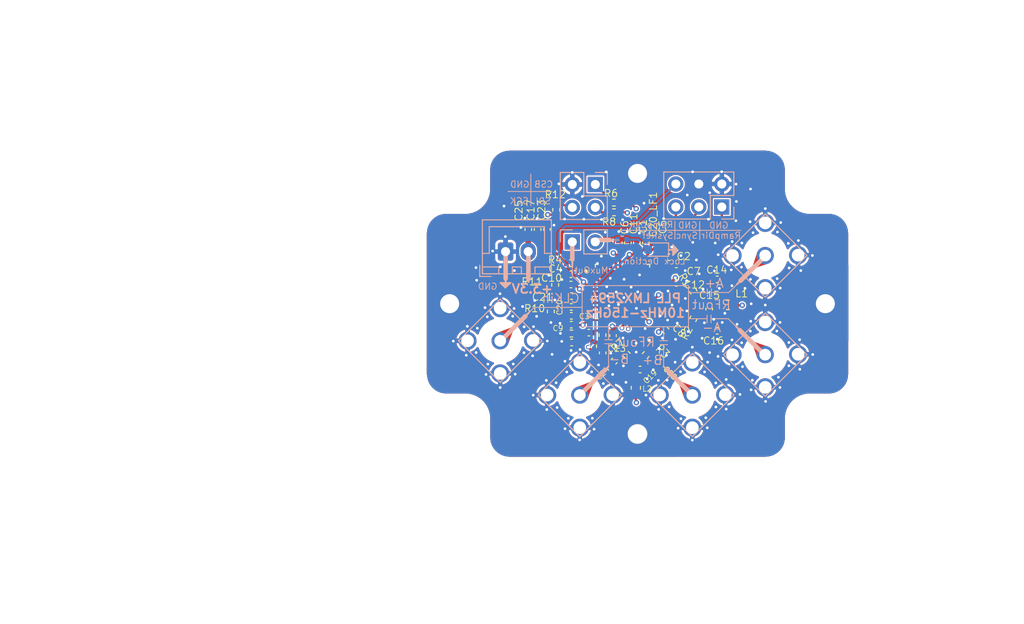
<source format=kicad_pcb>
(kicad_pcb (version 20240108) (generator "pcbnew") (generator_version "8.0")
  (layers (0 "F.Cu" signal) (1 "In1.Cu" signal) (2 "In2.Cu" signal) (31 "B.Cu" signal) (34 "B.Paste" user) (35 "F.Paste" user) (36 "B.SilkS" user "B.Silkscreen") (37 "F.SilkS" user "F.Silkscreen") (38 "B.Mask" user) (39 "F.Mask" user) (44 "Edge.Cuts" user))
  (net 0 "")
  (net 1 "Net-(U1-CE)")
  (net 2 "GND")
  (net 3 "Net-(U1-VBIASVCO)")
  (net 4 "/RAMPCIK")
  (net 5 "/VCC")
  (net 6 "/OSCINP-")
  (net 7 "/OSCINP+")
  (net 8 "Net-(U1-VREGIN)")
  (net 9 "/CPOUT")
  (net 10 "/SDI")
  (net 11 "/SCK")
  (net 12 "/MUXOUT")
  (net 13 "/RFoutAM-")
  (net 14 "/RFoutAM+")
  (net 15 "/CSB")
  (net 16 "Net-(U1-VBIASVCO2)")
  (net 17 "/RAMPDIR")
  (net 18 "Net-(U1-VREFVCO2)")
  (net 19 "/SYNC")
  (net 20 "/SYSREFREQ")
  (net 21 "Net-(U1-VBIASVARAC)")
  (net 22 "/VTUNER")
  (net 23 "Net-(U1-VREFVCO)")
  (net 24 "Net-(U1-VREGVCO)")
  (net 25 "Net-(C14-Pad1)")
  (net 26 "Net-(C16-Pad1)")
  (net 27 "Net-(C15-Pad2)")
  (net 28 "Net-(C20-Pad1)")
  (net 29 "Net-(C21-Pad2)")
  (net 30 "Net-(C21_LF1-Pad2)")
  (net 31 "Net-(C22_LF1-Pad1)")
  (net 32 "Net-(J3-Pin_2)")
  (net 33 "Net-(C22-Pad1)")
  (net 34 "Net-(D1-A)")
  (net 35 "Net-(J1-Pin_1)")
  (net 36 "Net-(J1-Pin_3)")
  (net 37 "Net-(J1-Pin_4)")
  (net 38 "/RFoutBM+")
  (net 39 "/RFoutBM-")
  (net 40 "Net-(C24-Pad1)")
  (net 41 "Net-(C19-Pad2)")
  (footprint "Capacitor_SMD:C_0402_1005Metric" (layer "F.Cu") (at 150.62 71.75 90)
    (property "Reference" "C5")
    (property "Value" "10uF")
  )
  (footprint "Capacitor_SMD:C_0402_1005Metric" (layer "F.Cu") (at 142.34 75.21 180)
    (property "Reference" "C4")
    (property "Value" "10uF")
  )
  (footprint "Capacitor_SMD:C_0402_1005Metric" (layer "F.Cu") (at 142.42 82.75)
    (property "Reference" "C23_LF1" (hide yes))
    (property "Value" "330pF")
  )
  (footprint "Resistor_SMD:R_0402_1005Metric" (layer "F.Cu") (at 148.51 84.11 135)
    (property "Reference" "R7")
    (property "Value" "50")
  )
  (footprint "Resistor_SMD:R_0402_1005Metric" (layer "F.Cu") (at 140.6 76.38 90)
    (property "Reference" "R11")
    (property "Value" "51")
  )
  (footprint "Capacitor_SMD:C_0402_1005Metric" (layer "F.Cu") (at 158.496 75.774 180)
    (property "Reference" "C14")
    (property "Value" "0.1uF")
  )
  (footprint "Capacitor_SMD:C_0402_1005Metric" (layer "F.Cu") (at 142.39 79.8 180)
    (property "Reference" "C3")
    (property "Value" "1uF")
  )
  (footprint "Capacitor_SMD:C_0402_1005Metric" (layer "F.Cu") (at 153.16 73.33)
    (property "Reference" "C2")
    (property "Value" "10uF")
  )
  (footprint "Resistor_SMD:R_0402_1005Metric" (layer "F.Cu") (at 142.339999 73.99)
    (property "Reference" "R4")
    (property "Value" "100k")
  )
  (footprint "Capacitor_SMD:C_0402_1005Metric" (layer "F.Cu") (at 142.34 76.34 180)
    (property "Reference" "C10")
    (property "Value" "1uF")
  )
  (footprint "Resistor_SMD:R_0402_1005Metric" (layer "F.Cu") (at 142.39 81.76 180)
    (property "Reference" "R7_LF1" (hide yes))
    (property "Value" "15")
  )
  (footprint "Resistor_SMD:R_0402_1005Metric" (layer "F.Cu") (at 147.1 68.36)
    (property "Reference" "R8")
    (property "Value" "12K")
  )
  (footprint "MUSIC_Lab:Outline_3x2_cavity_1.5mm" (layer "F.Cu") (at 79.528542 103.941921)
    (property "Reference" "outline1" (hide yes))
    (property "Value" "~" (hide yes))
    (fp_circle (center 70.163748 -11.081921) (end 70.163748 -12.131921) (stroke (width 0.1)) (fill none) (layer "Edge.Cuts"))
    (fp_poly (pts (arc (start 53.907539 -10.683414) (mid 54.522614 -9.198523) (end 56.007491 -8.583414)) (arc (start 84.347539 -8.583413) (mid 85.832429 -9.198514) (end 86.447539 -10.683401)) (arc (start 86.447539 -12.783401) (mid 87.267035 -14.754369) (end 89.242316 -15.563414)) (arc (start 91.327539 -15.563414) (mid 92.812429 -16.178514) (end 93.427539 -17.663401)) (arc (start 93.427539 -33.319696) (mid 92.806647 -34.794049) (end 91.327491 -35.403414)) (arc (start 89.227491 -35.403414) (mid 87.26178 -36.217689) (end 86.447539 -38.183414)) (arc (start 86.447539 -40.266906) (mid 85.838239 -41.762457) (end 84.347491 -42.383415)) (arc (start 55.994958 -42.383414) (mid 54.518224 -41.763835) (end 53.907539 -40.283401)) (arc (start 53.907539 -38.1834) (mid 53.093262 -36.217681) (end 51.127539 -35.403414)) (arc (start 49.014958 -35.403414) (mid 47.538224 -34.783835) (end 46.927539 -33.303401)) (arc (start 46.927539 -17.663414) (mid 47.542614 -16.178523) (end 49.027491 -15.563414)) (arc (start 51.127391 -15.563414) (mid 53.086569 -14.755788) (end 53.907539 -12.802164))) (stroke (width 0.0001)) (fill none) (layer "Edge.Cuts"))
  )
  (footprint "Capacitor_SMD:C_0402_1005Metric" (layer "F.Cu") (at 146.9898 81.9912 90)
    (property "Reference" "C13")
    (property "Value" "1uF")
  )
  (footprint "Resistor_SMD:R_0402_1005Metric" (layer "F.Cu") (at 147.09 67.28)
    (property "Reference" "R6")
    (property "Value" "12K")
  )
  (footprint "Capacitor_SMD:C_0402_1005Metric" (layer "F.Cu") (at 152.8318 81.4324 -45)
    (property "Reference" "C8")
    (property "Value" "0.1uF")
  )
  (footprint "Capacitor_SMD:C_0402_1005Metric" (layer "F.Cu") (at 148.63 71.73 90)
    (property "Reference" "C1")
    (property "Value" "10uF")
  )
  (footprint "Resistor_SMD:R_0402_1005Metric" (layer "F.Cu") (at 140.12 79.32 90)
    (property "Reference" "R10")
    (property "Value" "51")
  )
  (footprint "Capacitor_SMD:C_0402_1005Metric" (layer "F.Cu") (at 157.61 79.05 90)
    (property "Reference" "C15")
    (property "Value" "0.01uF")
  )
  (footprint "Capacitor_SMD:C_0402_1005Metric" (layer "F.Cu") (at 142.38 80.78 180)
    (property "Reference" "C9")
    (property "Value" "1uF")
  )
  (footprint "Capacitor_SMD:C_0402_1005Metric" (layer "F.Cu") (at 137.63 70.26 -90)
    (property "Reference" "C25")
    (property "Value" "0.1nF")
  )
  (footprint "Resistor_SMD:R_0402_1005Metric" (layer "F.Cu") (at 144.79 83.17 90)
    (property "Reference" "R5_LF1" (hide yes))
    (property "Value" "22")
  )
  (footprint "Capacitor_SMD:C_0402_1005Metric" (layer "F.Cu") (at 147.12 84.8 45)
    (property "Reference" "C24")
    (property "Value" "0.1uF")
  )
  (footprint "Capacitor_SMD:C_0402_1005Metric" (layer "F.Cu") (at 138.66 70.25 -90)
    (property "Reference" "C17")
    (property "Value" "0.1uF")
  )
  (footprint "Capacitor_SMD:C_0402_1005Metric" (layer "F.Cu") (at 139.69 70.25 -90)
    (property "Reference" "C23")
    (property "Value" "1uF")
  )
  (footprint "Capacitor_SMD:C_0402_1005Metric" (layer "F.Cu") (at 147.62 71.72 90)
    (property "Reference" "C11")
    (property "Value" "1uF")
  )
  (footprint "Capacitor_SMD:C_0402_1005Metric" (layer "F.Cu") (at 145.85 83.9 90)
    (property "Reference" "C21_LF1" (hide yes))
    (property "Value" "Open")
  )
  (footprint "MUSIC_Lab:LMX2594-QFN41N" (layer "F.Cu") (at 148.0368 77.1144)
    (property "Reference" "U1" (hide yes))
    (property "Value" "~" (hide yes))
  )
  (footprint "Resistor_SMD:R_0402_1005Metric" (layer "F.Cu") (at 155.86 77.09 118)
    (property "Reference" "R1")
    (property "Value" "50")
  )
  (footprint "Capacitor_SMD:C_0402_1005Metric" (layer "F.Cu") (at 149.98 85.74 180)
    (property "Reference" "C19")
    (property "Value" "0.01uF")
  )
  (footprint "Capacitor_SMD:C_0402_1005Metric" (layer "F.Cu") (at 153.98 74.84)
    (property "Reference" "C7")
    (property "Value" "10uF")
  )
  (footprint "Capacitor_SMD:C_0402_1005Metric" (layer "F.Cu") (at 151.99 84.83 135)
    (property "Reference" "C22")
    (property "Value" "0.1uF")
  )
  (footprint "Resistor_SMD:R_0402_1005Metric" (layer "F.Cu") (at 145.82 81.93 90)
    (property "Reference" "R6_LF1" (hide yes))
    (property "Value" "0")
  )
  (footprint "Capacitor_SMD:C_0402_1005Metric" (layer "F.Cu") (at 142.41 77.62 180)
    (property "Reference" "C21")
    (property "Value" "0.1uF")
  )
  (footprint "Capacitor_SMD:C_0402_1005Metric" (layer "F.Cu") (at 158.496 81.454 180)
    (property "Reference" "C16")
    (property "Value" "0.1uF")
  )
  (footprint "Capacitor_SMD:C_0402_1005Metric" (layer "F.Cu") (at 153.99 76.16)
    (property "Reference" "C12")
    (property "Value" "1uF")
  )
  (footprint "Resistor_SMD:R_0402_1005Metric" (layer "F.Cu") (at 150.6 84.14 45)
    (property "Reference" "R3")
    (property "Value" "50")
  )
  (footprint "Capacitor_SMD:C_0402_1005Metric" (layer "F.Cu") (at 149.62 71.73 -90)
    (property "Reference" "C20_LF1")
    (property "Value" "2.2nF")
  )
  (footprint "Inductor_SMD:L_0603_1608Metric" (layer "F.Cu") (at 159.67 78.6 180)
    (property "Reference" "L1")
    (property "Value" "18nH")
  )
  (footprint "Capacitor_SMD:C_0402_1005Metric" (layer "F.Cu") (at 146.64 71.38 90)
    (property "Reference" "C6")
    (property "Value" "1uF")
  )
  (footprint "Inductor_SMD:L_0603_1608Metric" (layer "F.Cu") (at 149.51 87.76 90)
    (property "Reference" "L2")
    (property "Value" "18nH")
  )
  (footprint "Resistor_SMD:R_0402_1005Metric" (layer "F.Cu") (at 140.72 68.08 -90)
    (property "Reference" "R12")
    (property "Value" "12K")
  )
  (footprint "Capacitor_SMD:C_0402_1005Metric" (layer "F.Cu") (at 142.38 78.82)
    (property "Reference" "C20")
    (property "Value" "0.1uF")
  )
  (footprint "Capacitor_SMD:C_0402_1005Metric" (layer "F.Cu") (at 144.32 81.66)
    (property "Reference" "C22_LF1" (hide yes))
    (property "Value" "470nF")
  )
  (footprint "Resistor_SMD:R_0402_1005Metric" (layer "F.Cu") (at 155.86 80.13 -118)
    (property "Reference" "R2")
    (property "Value" "50")
  )
  (footprint "Resistor_SMD:R_0402_1005Metric" (layer "B.Cu") (at 147.99 71.38)
    (property "Reference" "R5" (hide yes))
    (property "Value" "330")
  )
  (footprint "Connector_PinHeader_2.54mm:PinHeader_2x03_P2.54mm_Vertical" (layer "B.Cu") (at 159.005 67.77 90)
    (property "Reference" "J4" (hide yes))
    (property "Value" "Conn_01x06_Pin")
  )
  (footprint "MUSIC_Lab:SMA_KHD_Back" (layer "B.Cu") (at 143.320001 88.56 -135)
    (property "Reference" "SMA5" (hide yes))
    (property "Value" "~")
  )
  (footprint "MUSIC_Lab:SMA_KHD_Back" (layer "B.Cu") (at 163.8 73.136445 -135)
    (property "Reference" "SMA1" (hide yes))
    (property "Value" "~")
  )
  (footprint "MUSIC_Lab:SMA_KHD_Back" (layer "B.Cu") (at 163.8 84.096245 -135)
    (property "Reference" "SMA2" (hide yes))
    (property "Value" "~")
  )
  (footprint "LED_SMD:LED_0603_1608Metric" (layer "B.Cu") (at 151.65 72.48 180)
    (property "Reference" "D1" (hide yes))
    (property "Value" "LED")
  )
  (footprint "Connector_JST:JST_XH_B2B-XH-A_1x02_P2.50mm_Vertical" (layer "B.Cu") (at 135.12 72.7)
    (property "Reference" "J2" (hide yes))
    (property "Value" "Conn_01x02_Pin")
  )
  (footprint "MUSIC_Lab:SMA_KHD_Back" (layer "B.Cu") (at 155.75 88.56 -135)
    (property "Reference" "SMA4" (hide yes))
    (property "Value" "~")
  )
  (footprint "Connector_PinHeader_2.54mm:PinHeader_2x02_P2.54mm_Vertical" (layer "B.Cu") (at 145.034 65.278 180)
    (property "Reference" "J1" (hide yes))
    (property "Value" "Conn_01x04_Pin")
  )
  (footprint "MUSIC_Lab:SMA_KHD_Back" (layer "B.Cu") (at 134.525471 82.562426 -135)
    (property "Reference" "SMA3" (hide yes))
    (property "Value" "~")
  )
  (footprint "Connector_PinHeader_2.54mm:PinHeader_1x02_P2.54mm_Vertical" (layer "B.Cu") (at 142.494 71.628 -90)
    (property "Reference" "J3" (hide yes))
    (property "Value" "Conn_01x02_Pin")
  )
  (gr_line (start 146.5 82.91) (end 146.5 85.39) (stroke (width 0.1)) (layer "B.SilkS"))
  (gr_line (start 137.317838 79.832162) (end 137.71 79.44) (stroke (width 0.2)) (layer "B.SilkS"))
  (gr_line (start 160.992162 81.392162) (end 160.6 81) (stroke (width 0.2)) (layer "B.SilkS"))
  (gr_line (start 135.1288 72.491) (end 135.1288 75.69) (stroke (width 0.5)) (layer "B.SilkS"))
  (gr_line (start 163.416831 83.816831) (end 160.992162 81.392162) (stroke (width 0.5)) (layer "B.SilkS"))
  (gr_line (start 161.115 70.35) (end 147.66 70.35) (stroke (width 0.1)) (layer "B.SilkS"))
  (gr_line (start 163.50075 73.49925) (end 161.076081 75.923919) (stroke (width 0.5)) (layer "B.SilkS"))
  (gr_line (start 142.494 73.583799) (end 142.493999 71.704201) (stroke (width 0.5)) (layer "B.SilkS"))
  (gr_line (start 140.93 78.87464) (end 138.29 78.87464) (stroke (width 0.1)) (layer "B.SilkS"))
  (gr_line (start 140.24 66.06) (end 135.39 66.06) (stroke (width 0.1)) (layer "B.SilkS"))
  (gr_line (start 153.82 69.33) (end 153.82 71.33) (stroke (width 0.1)) (layer "B.SilkS"))
  (gr_line (start 141.370266 79.289546) (end 141.370266 78.440266) (stroke (width 0.1)) (layer "B.SilkS"))
  (gr_line (start 157.86 77.22) (end 159.78 77.22) (stroke (width 0.1)) (layer "B.SilkS"))
  (gr_line (start 152.972162 85.792162) (end 152.58 85.4) (stroke (width 0.2)) (layer "B.SilkS"))
  (gr_line (start 156.57 69.38) (end 156.57 71.38) (stroke (width 0.1)) (layer "B.SilkS"))
  (gr_line (start 152.58 81.01) (end 152.58 82.55) (stroke (width 0.1)) (layer "B.SilkS"))
  (gr_line (start 152.170454 82.990266) (end 153.019734 82.990266) (stroke (width 0.1)) (layer "B.SilkS"))
  (gr_line (start 146.06072 82.45) (end 146.91 82.45) (stroke (width 0.1)) (layer "B.SilkS"))
  (gr_line (start 160.683919 76.316081) (end 159.800617 77.199383) (stroke (width 0.1)) (layer "B.SilkS"))
  (gr_line (start 152.16072 82.55) (end 153.01 82.55) (stroke (width 0.1)) (layer "B.SilkS"))
  (gr_line (start 137.65 75.83) (end 137.65 76.0546) (stroke (width 0.2)) (layer "B.SilkS"))
  (gr_line (start 143.683169 88.206831) (end 146.107838 85.782162) (stroke (width 0.5)) (layer "B.SilkS"))
  (gr_line (start 155.396831 88.216831) (end 152.972162 85.792162) (stroke (width 0.5)) (layer "B.SilkS"))
  (gr_line (start 146.107838 85.782162) (end 146.5 85.39) (stroke (width 0.2)) (layer "B.SilkS"))
  (gr_line (start 137.91 64.13) (end 137.91 67.62) (stroke (width 0.1)) (layer "B.SilkS"))
  (gr_line (start 153.145001 72.51) (end 153.714999 72.51) (stroke (width 0.2)) (layer "B.SilkS"))
  (gr_line (start 155.34 77.24) (end 157.4 77.24) (stroke (width 0.1)) (layer "B.SilkS"))
  (gr_line (start 142.494716 75.374716) (end 143.58 76.46) (stroke (width 0.1)) (layer "B.SilkS"))
  (gr_line (start 160.6 81) (end 159.716698 80.116698) (stroke (width 0.1)) (layer "B.SilkS"))
  (gr_line (start 138.277083 78.872917) (end 137.71 79.44) (stroke (width 0.1)) (layer "B.SilkS"))
  (gr_line (start 137.6434 72.5164) (end 137.6434 75.72) (stroke (width 0.5)) (layer "B.SilkS"))
  (gr_line (start 144.750201 71.42) (end 146.629799 71.419999) (stroke (width 0.5)) (layer "B.SilkS"))
  (gr_line (start 157.850266 77.669546) (end 157.850266 76.820266) (stroke (width 0.1)) (layer "B.SilkS"))
  (gr_line (start 142.493999 74.348001) (end 142.494 73.583799) (stroke (width 0.2)) (layer "B.SilkS"))
  (gr_line (start 155.34 80.12) (end 157.38 80.12) (stroke (width 0.1)) (layer "B.SilkS"))
  (gr_rect (start 143.58 76.46) (end 155.33 81.01) (stroke (width 0.1)) (fill none) (layer "B.SilkS"))
  (gr_line (start 141.370266 78.864906) (end 143.530266 78.864906) (stroke (width 0.1)) (layer "B.SilkS"))
  (gr_line (start 157.38 80.57928) (end 157.38 79.73) (stroke (width 0.1)) (layer "B.SilkS"))
  (gr_line (start 146.5 81.01) (end 146.5 82.41) (stroke (width 0.1)) (layer "B.SilkS"))
  (gr_line (start 140.93 79.29928) (end 140.93 78.45) (stroke (width 0.1)) (layer "B.SilkS"))
  (gr_poly (pts (xy 153.595 71.9388) (xy 153.595 73.1188) (xy 154.165 72.5512)) (stroke (width 0.15)) (fill solid) (layer "B.SilkS"))
  (gr_line (start 157.84 80.12) (end 159.72 80.12) (stroke (width 0.1)) (layer "B.SilkS"))
  (gr_line (start 135.1288 75.69) (end 135.1288 76.26) (stroke (width 0.2)) (layer "B.SilkS"))
  (gr_line (start 157.41 77.67928) (end 157.41 76.83) (stroke (width 0.1)) (layer "B.SilkS"))
  (gr_line (start 152.58 83) (end 152.58 85.4) (stroke (width 0.1)) (layer "B.SilkS"))
  (gr_line (start 146.070454 82.890266) (end 146.919734 82.890266) (stroke (width 0.1)) (layer "B.SilkS"))
  (gr_line (start 146.629799 71.419999) (end 147.621798 71.419999) (stroke (width 0.1)) (layer "B.SilkS"))
  (gr_line (start 134.893169 82.256831) (end 137.317838 79.832162) (stroke (width 0.5)) (layer "B.SilkS"))
  (gr_poly (pts (xy 135.7 76.14) (xy 134.52 76.14) (xy 135.0876 76.71)) (stroke (width 0.15)) (fill solid) (layer "B.SilkS"))
  (gr_line (start 157.820266 80.569546) (end 157.820266 79.720266) (stroke (width 0.1)) (layer "B.SilkS"))
  (gr_line (start 142.493999 74.348001) (end 142.493999 75.34) (stroke (width 0.1)) (layer "B.SilkS"))
  (gr_line (start 161.076081 75.923919) (end 160.683919 76.316081) (stroke (width 0.2)) (layer "B.SilkS"))
  (gr_text "MuxOut" (at 146.53 75.18 0) (layer "B.SilkS") (effects (font (size 0.7 0.7) (thickness 0.09)) (justify left bottom mirror)))
  (gr_text "+3.3V" (at 140.44 77.4 0) (layer "B.SilkS") (effects (font (size 1 1) (thickness 0.2) (bold yes)) (justify left bottom mirror)))
  (gr_text "GND" (at 134.27 76.96 0) (layer "B.SilkS") (effects (font (size 0.7 0.7) (thickness 0.09)) (justify left bottom mirror)))
  (gr_text "SCK" (at 137.71 67.51 0) (layer "B.SilkS") (effects (font (size 0.7 0.7) (thickness 0.09)) (justify left bottom mirror)))
  (gr_text "RFout" (at 149.5 83.29 0) (layer "B.SilkS") (effects (font (size 1 1) (thickness 0.12)) (justify bottom mirror)))
  (gr_text "RampDir" (at 161.17 71.33 0) (layer "B.SilkS") (effects (font (size 0.7 0.7) (thickness 0.09)) (justify left bottom mirror)))
  (gr_text "A-" (at 157.88 81.68 0) (layer "B.SilkS") (effects (font (size 1 1) (thickness 0.12)) (justify bottom mirror)))
  (gr_text "SysRef" (at 153.71 71.33 0) (layer "B.SilkS") (effects (font (size 0.7 0.7) (thickness 0.09)) (justify left bottom mirror)))
  (gr_text "B+" (at 151.33 85.28 0) (layer "B.SilkS") (effects (font (size 1 1) (thickness 0.12)) (justify bottom mirror)))
  (gr_text "A+" (at 158.17 76.77 0) (layer "B.SilkS") (effects (font (size 1 1) (thickness 0.12)) (justify bottom mirror)))
  (gr_text "RFout" (at 157.86 79.15 0) (layer "B.SilkS") (effects (font (size 1 1) (thickness 0.12)) (justify bottom mirror)))
  (gr_text "SDI" (at 140.19 67.53 0) (layer "B.SilkS") (effects (font (size 0.7 0.7) (thickness 0.09)) (justify left bottom mirror)))
  (gr_text "B-" (at 147.66 85.17 0) (layer "B.SilkS") (effects (font (size 1 1) (thickness 0.12)) (justify bottom mirror)))
  (gr_text "GND" (at 137.82 65.68 0) (layer "B.SilkS") (effects (font (size 0.7 0.7) (thickness 0.09)) (justify left bottom mirror)))
  (gr_text "Sync" (at 156.4 71.33 0) (layer "B.SilkS") (effects (font (size 0.7 0.7) (thickness 0.09)) (justify left bottom mirror)))
  (gr_text "GND" (at 159.8 70.21 0) (layer "B.SilkS") (effects (font (size 0.7 0.7) (thickness 0.09)) (justify left bottom mirror)))
  (gr_text "PLL LMX2594\n10MHz-15GHz" (at 149.45 80.06 0) (layer "B.SilkS") (effects (font (size 1 1) (thickness 0.2)) (justify bottom mirror)))
  (gr_text "CSB" (at 140.42 65.67 0) (layer "B.SilkS") (effects (font (size 0.7 0.7) (thickness 0.09)) (justify left bottom mirror)))
  (gr_text "Lock Dection" (at 155.04 74.17 0) (layer "B.SilkS") (effects (font (size 0.7 0.7) (thickness 0.09)) (justify left bottom mirror)))
  (gr_text "RampCLK" (at 153.69 70.13 0) (layer "B.SilkS") (effects (font (size 0.7 0.7) (thickness 0.09)) (justify left bottom mirror)))
  (gr_text "GND" (at 156.37 70.2 0) (layer "B.SilkS") (effects (font (size 0.7 0.7) (thickness 0.09)) (justify left bottom mirror)))
  (gr_text "CLKin" (at 143.38 78.45 0) (layer "B.SilkS") (effects (font (size 1 1) (thickness 0.12)) (justify left bottom mirror)))
  (segment (start 145.0968 74.8644) (end 143.724398 74.8644) (width 0.25) (layer "F.Cu") (net 1))
  (segment (start 143.724398 74.8644) (end 142.849998 73.99) (width 0.25) (layer "F.Cu") (net 1))
  (segment (start 172.3039 78.6287) (end 172.2882 78.613) (width 0.25) (layer "F.Cu") (net 2))
  (segment (start 146.2868 75.3644) (end 148.0368 77.1144) (width 0.25) (layer "F.Cu") (net 2))
  (segment (start 145.0968 76.3644) (end 147.2868 76.3644) (width 0.25) (layer "F.Cu") (net 2))
  (segment (start 145.0968 77.3644) (end 147.7868 77.3644) (width 0.25) (layer "F.Cu") (net 2))
  (segment (start 127.1675 78.6287) (end 129.5046 76.2916) (width 0.25) (layer "F.Cu") (net 2))
  (segment (start 145.0968 75.3644) (end 146.2868 75.3644) (width 0.25) (layer "F.Cu") (net 2))
  (segment (start 148.2868 77.3644) (end 148.0368 77.1144) (width 0.25) (layer "F.Cu") (net 2))
  (segment (start 150.2868 74.1744) (end 150.2418 74.2194) (width 0.25) (layer "F.Cu") (net 2))
  (segment (start 148.7868 74.1744) (end 148.7868 76.3644) (width 0.25) (layer "F.Cu") (net 2))
  (segment (start 150.2418 74.9094) (end 148.0368 77.1144) (width 0.25) (layer "F.Cu") (net 2))
  (segment (start 147.2868 76.3644) (end 148.0368 77.1144) (width 0.25) (layer "F.Cu") (net 2))
  (segment (start 150.2418 74.2194) (end 150.2418 74.9094) (width 0.25) (layer "F.Cu") (net 2))
  (segment (start 147.7868 77.3644) (end 148.0368 77.1144) (width 0.25) (layer "F.Cu") (net 2))
  (segment (start 150.9768 77.3644) (end 148.2868 77.3644) (width 0.25) (layer "F.Cu") (net 2))
  (segment (start 148.7868 76.3644) (end 148.0368 77.1144) (width 0.25) (layer "F.Cu") (net 2))
  (via (at 135.1 71.04) (size 0.5) (drill 0.3) (layers "F.Cu" "B.Cu") (net 2))
  (via (at 166.41 82.75) (size 0.5) (drill 0.3) (layers "F.Cu" "B.Cu") (net 2))
  (via (at 135.91 79.85) (size 0.5) (drill 0.3) (layers "F.Cu" "B.Cu") (net 2))
  (via (at 159.49 90.11) (size 0.5) (drill 0.3) (layers "F.Cu" "B.Cu") (net 2))
  (via (at 152.07 83.41) (size 0.5) (drill 0.3) (layers "F.Cu" "B.Cu") (net 2))
  (via (at 155.19 66.45) (size 0.5) (drill 0.3) (layers "F.Cu" "B.Cu") (net 2))
  (via (at 159.34 79.52) (size 0.5) (drill 0.3) (layers "F.Cu" "B.Cu") (net 2))
  (via (at 154.09 80.61) (size 0.5) (drill 0.3) (layers "F.Cu" "B.Cu") (net 2))
  (via (at 165.26 86.59) (size 0.5) (drill 0.3) (layers "F.Cu" "B.Cu") (net 2))
  (via (at 160.12 76.47) (size 0.5) (drill 0.3) (layers "F.Cu" "B.Cu") (net 2))
  (via (at 152.45 82.26) (size 0.5) (drill 0.3) (layers "F.Cu" "B.Cu") (net 2))
  (via (at 158.73 76.76) (size 0.5) (drill 0.3) (layers "F.Cu" "B.Cu") (net 2))
  (via (at 167.6 82.44) (size 0.5) (drill 0.3) (layers "F.Cu" "B.Cu") (net 2))
  (via (at 142.36 83.63) (size 0.5) (drill 0.3) (layers "F.Cu" "B.Cu") (net 2))
  (via (at 148.42 87.15) (size 0.5) (drill 0.3) (layers "F.Cu" "B.Cu") (net 2))
  (via (at 146.3 76.58) (size 0.5) (drill 0.3) (layers "F.Cu" "B.Cu") (net 2))
  (via (at 141.68 84.82) (size 0.5) (drill 0.3) (layers "F.Cu" "B.Cu") (net 2))
  (via (at 155.29 81.53) (size 0.5) (drill 0.3) (layers "F.Cu" "B.Cu") (net 2))
  (via (at 130.78 84.16) (size 0.5) (drill 0.3) (layers "F.Cu" "B.Cu") (net 2))
  (via (at 162.46 70.61) (size 0.5) (drill 0.3) (layers "F.Cu" "B.Cu") (net 2))
  (via (at 160.62 67.16) (size 0.5) (drill 0.3) (layers "F.Cu" "B.Cu") (net 2))
  (via (at 141.88 86.01) (size 0.5) (drill 0.3) (layers "F.Cu" "B.Cu") (net 2))
  (via (at 138.21 81) (size 0.5) (drill 0.3) (layers "F.Cu" "B.Cu") (net 2))
  (via (at 141.13 80.63) (size 0.5) (drill 0.3) (layers "F.Cu" "B.Cu") (net 2))
  (via (at 149.92 75.28) (size 0.5) (drill 0.3) (layers "F.Cu" "B.Cu") (net 2))
  (via (at 155.78 63.88) (size 0.5) (drill 0.3) (layers "F.Cu" "B.Cu") (net 2))
  (via (at 161.01 88.49) (size 0.5) (drill 0.3) (layers "F.Cu" "B.Cu") (net 2))
  (via (at 149.55 82.83) (size 0.5) (drill 0.3) (layers "F.Cu" "B.Cu") (net 2))
  (via (at 134.51 77.36) (size 0.5) (drill 0.3) (layers "F.Cu" "B.Cu") (net 2))
  (via (at 146.54 78.69) (size 0.5) (drill 0.3) (layers "F.Cu" "B.Cu") (net 2))
  (via (at 153.51 78.6) (size 0.5) (drill 0.3) (layers "F.Cu" "B.Cu") (net 2))
  (via (at 145.39 85.23) (size 0.5) (drill 0.3) (layers "F.Cu" "B.Cu") (net 2))
  (via (at 166.41 85.32) (size 0.5) (drill 0.3) (layers "F.Cu" "B.Cu") (net 2))
  (via (at 139.62 86.94) (size 0.5) (drill 0.3) (layers "F.Cu" "B.Cu") (net 2))
  (via (at 146.74 83.93) (size 0.5) (drill 0.3) (layers "F.Cu" "B.Cu") (net 2))
  (via (at 148.09 82.25) (size 0.5) (drill 0.3) (layers "F.Cu" "B.Cu") (net 2))
  (via (at 140.26 84.06) (size 0.5) (drill 0.3) (layers "F.Cu" "B.Cu") (net 2))
  (via (at 162.179 65.786) (size 0.5) (drill 0.3) (layers "F.Cu" "B.Cu") (net 2))
  (via (at 134.95 67.67) (size 0.5) (drill 0.3) (layers "F.Cu" "B.Cu") (net 2))
  (via (at 130.9 80.96) (size 0.5) (drill 0.3) (layers "F.Cu" "B.Cu") (net 2))
  (via (at 139.9 75.31) (size 0.5) (drill 0.3) (layers "F.Cu" "B.Cu") (net 2))
  (via (at 159.49 86.84) (size 0.5) (drill 0.3) (layers "F.Cu" "B.Cu") (net 2))
  (via (at 158.61 73.05) (size 0.5) (drill 0.3) (layers "F.Cu" "B.Cu") (net 2))
  (via (at 161.2 82.78) (size 0.5) (drill 0.3) (layers "F.Cu" "B.Cu") (net 2))
  (via (at 160.69 80.74) (size 0.5) (drill 0.3) (layers "F.Cu" "B.Cu") (net 2))
  (via (at 152.2 79.81) (size 0.5) (drill 0.3) (layers "F.Cu" "B.Cu") (net 2))
  (via (at 145.92 87.29) (size 0.5) (drill 0.3) (layers "F.Cu" "B.Cu") (net 2))
  (via (at 152.58 69.05) (size 0.5) (drill 0.3) (layers "F.Cu" "B.Cu") (net 2))
  (via (at 131.9276 75.8698) (size 0.5) (drill 0.3) (layers "F.Cu" "B.Cu") (net 2))
  (via (at 156.2 73.62) (size 0.5) (drill 0.3) (layers "F.Cu" "B.Cu") (net 2))
  (via (at 143.34 83.53) (size 0.5) (drill 0.3) (layers "F.Cu" "B.Cu") (net 2))
  (via (at 137.15 83.88) (size 0.5) (drill 0.3) (layers "F.Cu" "B.Cu") (net 2))
  (via (at 139.67 90.16) (size 0.5) (drill 0.3) (layers "F.Cu" "B.Cu") (net 2))
  (via (at 156.83 82.28) (size 0.5) (drill 0.3) (layers "F.Cu" "B.Cu") (net 2))
  (via (at 133.1 79.91) (size 0.5) (drill 0.3) (layers "F.Cu" "B.Cu") (net 2))
  (via (at 129.35 82.6) (size 0.5) (drill 0.3) (layers "F.Cu" "B.Cu") (net 2))
  (via (at 146.4 77.6) (size 0.5) (drill 0.3) (layers "F.Cu" "B.Cu") (net 2))
  (via (at 141.18 81.74) (size 0.5) (drill 0.3) (layers "F.Cu" "B.Cu") (net 2))
  (via (at 167.46 71.48) (size 0.5) (drill 0.3) (layers "F.Cu" "B.Cu") (net 2))
  (via (at 158.19 74.84) (size 0.5) (drill 0.3) (layers "F.Cu" "B.Cu") (net 2))
  (via (at 155.12 75.92) (size 0.5) (drill 0.3) (layers "F.Cu" "B.Cu") (net 2))
  (via (at 153.47 72.19) (size 0.5) (drill 0.3) (layers "F.Cu" "B.Cu") (net 2))
  (via (at 165.43 87.72) (size 0.5) (drill 0.3) (layers "F.Cu" "B.Cu") (net 2))
  (via (at 157.1 86) (size 0.5) (drill 0.3) (layers "F.Cu" "B.Cu") (net 2))
  (via (at 143.3 93.52) (size 0.5) (drill 0.3) (layers "F.Cu" "B.Cu") (net 2))
  (via (at 154.49 73.14) (size 0.5) (drill 0.3) (layers "F.Cu" "B.Cu") (net 2))
  (via (at 157.08 80.57) (size 0.5) (drill 0.3) (layers "F.Cu" "B.Cu") (net 2))
  (via (at 163.81 78.61) (size 0.5) (drill 0.3) (layers "F.Cu" "B.Cu") (net 2))
  (via (at 160.56 69.29) (size 0.5) (drill 0.3) (layers "F.Cu" "B.Cu") (net 2))
  (via (at 143.6 66.6) (size 0.5) (drill 0.3) (layers "F.Cu" "B.Cu") (net 2))
  (via (at 131.8514 74.4728) (size 0.5) (drill 0.3) (layers "F.Cu" "B.Cu") (net 2))
  (via (at 169.05 84.08) (size 0.5) (drill 0.3) (layers "F.Cu" "B.Cu") (net 2))
  (via (at 144.9 92.33) (size 0.5) (drill 0.3) (layers "F.Cu" "B.Cu") (net 2))
  (via (at 136.18 86.25) (size 0.5) (drill 0.3) (layers "F.Cu" "B.Cu") (net 2))
  (via (at 139.73 82.58) (size 0.5) (drill 0.3) (layers "F.Cu" "B.Cu") (net 2))
  (via (at 154.98 77.88) (size 0.5) (drill 0.3) (layers "F.Cu" "B.Cu") (net 2))
  (via (at 145.7 73.21) (size 0.5) (drill 0.3) (layers "F.Cu" "B.Cu") (net 2))
  (via (at 146.95 86.28) (size 0.5) (drill 0.3) (layers "F.Cu" "B.Cu") (net 2))
  (via (at 165.08 81.48) (size 0.5) (drill 0.3) (layers "F.Cu" "B.Cu") (net 2))
  (via (at 133.69 72.64) (size 0.5) (drill 0.3) (layers "F.Cu" "B.Cu") (net 2))
  (via (at 152.96 86.91) (size 0.5) (drill 0.3) (layers "F.Cu" "B.Cu") (net 2))
  (via (at 151.44 85.77) (size 0.5) (drill 0.3) (layers "F.Cu" "B.Cu") (net 2))
  (via (at 149.57 78.97) (size 0.5) (drill 0.3) (layers "F.Cu" "B.Cu") (net 2))
  (via (at 162.16 81.49) (size 0.5) (drill 0.3) (layers "F.Cu" "B.Cu") (net 2))
  (via (at 152.89 84.16) (size 0.5) (drill 0.3) (layers "F.Cu" "B.Cu") (net 2))
  (via (at 149.72 77.15) (size 0.5) (drill 0.3) (layers "F.Cu" "B.Cu") (net 2))
  (via (at 140.71 87.2) (size 0.5) (drill 0.3) (layers "F.Cu" "B.Cu") (net 2))
  (via (at 161.29 85.42) (size 0.5) (drill 0.3) (layers "F.Cu" "B.Cu") (net 2))
  (via (at 162.13 69.4) (size 0.5) (drill 0.3) (layers "F.Cu" "B.Cu") (net 2))
  (via (at 142.05 91.13) (size 0.5) (drill 0.3) (layers "F.Cu" "B.Cu") (net 2))
  (via (at 162.3822 86.9188) (size 0.5) (drill 0.3) (layers "F.Cu" "B.Cu") (net 2))
  (via (at 138.11 84.22) (size 0.5) (drill 0.3) (layers "F.Cu" "B.Cu") (net 2))
  (via (at 161.57 76.76) (size 0.5) (drill 0.3) (layers "F.Cu" "B.Cu") (net 2))
  (via (at 148.05 69.18) (size 0.5) (drill 0.3) (layers "F.Cu" "B.Cu") (net 2))
  (via (at 146.69 75.65) (size 0.5) (drill 0.3) (layers "F.Cu" "B.Cu") (net 2))
  (via (at 162.17 75.77) (size 0.5) (drill 0.3) (layers "F.Cu" "B.Cu") (net 2))
  (via (at 155.75 83.27) (size 0.5) (drill 0.3) (layers "F.Cu" "B.Cu") (net 2))
  (via (at 145.2626 74.0156) (size 0.5) (drill 0.3) (layers "F.Cu" "B.Cu") (net 2))
  (via (at 153.19 89.86) (size 0.5) (drill 0.3) (layers "F.Cu" "B.Cu") (net 2))
  (via (at 166.44 74.51) (size 0.5) (drill 0.3) (layers "F.Cu" "B.Cu") (net 2))
  (via (at 156.94 76.87) (size 0.5) (drill 0.3) (layers "F.Cu" "B.Cu") (net 2))
  (via (at 165.46 76.73) (size 0.5) (drill 0.3) (layers "F.Cu" "B.Cu") (net 2))
  (via (at 134.53 87.73) (size 0.5) (drill 0.3) (layers "F.Cu" "B.Cu") (net 2))
  (via (at 154.97 74.8) (size 0.5) (drill 0.3) (layers "F.Cu" "B.Cu") (net 2))
  (via (at 166.35 71.79) (size 0.5) (drill 0.3) (layers "F.Cu" "B.Cu") (net 2))
  (via (at 132 81.17) (size 0.5) (drill 0.3) (layers "F.Cu" "B.Cu") (net 2))
  (via (at 165.43 80.53) (size 0.5) (drill 0.3) (layers "F.Cu" "B.Cu") (net 2))
  (via (at 135.97 85.13) (size 0.5) (drill 0.3) (layers "F.Cu" "B.Cu") (net 2))
  (via (at 141.69 92.28) (size 0.5) (drill 0.3) (layers "F.Cu" "B.Cu") (net 2))
  (via (at 133.17 85.14) (size 0.5) (drill 0.3) (layers "F.Cu" "B.Cu") (net 2))
  (via (at 138.34 78.1) (size 0.5) (drill 0.3) (layers "F.Cu" "B.Cu") (net 2))
  (via (at 146.13 70.56) (size 0.5) (drill 0.3) (layers "F.Cu" "B.Cu") (net 2))
  (via (at 163.81 67.95) (size 0.5) (drill 0.3) (layers "F.Cu" "B.Cu") (net 2))
  (via (at 154.18 92.22) (size 0.5) (drill 0.3) (layers "F.Cu" "B.Cu") (net 2))
  (via (at 155.14 79.26) (size 0.5) (drill 0.3) (layers "F.Cu" "B.Cu") (net 2))
  (via (at 143.77 69.12) (size 0.5) (drill 0.3) (layers "F.Cu" "B.Cu") (net 2))
  (via (at 140.13 80.54) (size 0.5) (drill 0.3) (layers "F.Cu" "B.Cu") (net 2))
  (via (at 158.28 71.75) (size 0.5) (drill 0.3) (layers "F.Cu" "B.Cu") (net 2))
  (via (at 150.415468 67.351525) (size 0.5) (drill 0.3) (layers "F.Cu" "B.Cu") (net 2))
  (via (at 159.05 80.53) (size 0.5) (drill 0.3) (layers "F.Cu" "B.Cu") (net 2))
  (via (at 131.87 83.86) (size 0.5) (drill 0.3) (layers "F.Cu" "B.Cu") (net 2))
  (via (at 153.85 84.93) (size 0.5) (drill 0.3) (layers "F.Cu" "B.Cu") (net 2))
  (via (at 136.0932 74.803) (size 0.5) (drill 0.3) (layers "F.Cu" "B.Cu") (net 2))
  (via (at 158.34 87.22) (size 0.5) (drill 0.3) (layers "F.Cu" "B.Cu") (net 2))
  (via (at 132.85 78.9) (size 0.5) (drill 0.3) (layers "F.Cu" "B.Cu") (net 2))
  (via (at 151.01 82.49) (size 0.5) (drill 0.3) (layers "F.Cu" "B.Cu") (net 2))
  (via (at 141.22 74.74) (size 0.5) (drill 0.3) (layers "F.Cu" "B.Cu") (net 2))
  (via (at 157.44 84.92) (size 0.5) (drill 0.3) (layers "F.Cu" "B.Cu") (net 2))
  (via (at 154.49 91.17) (size 0.5) (drill 0.3) (layers "F.Cu" "B.Cu") (net 2))
  (via (at 158.11 80.19) (size 0.5) (drill 0.3) (layers "F.Cu" "B.Cu") (net 2))
  (via (at 148.19 77.79) (size 0.5) (drill 0.3) (layers "F.Cu" "B.Cu") (net 2))
  (via (at 158.5 82.38) (size 0.5) (drill 0.3) (layers "F.Cu" "B.Cu") (net 2))
  (via (at 138.18 88.57) (size 0.5) (drill 0.3) (layers "F.Cu" "B.Cu") (net 2))
  (via (at 150.75 86.76) (size 0.5) (drill 0.3) (layers "F.Cu" "B.Cu") (net 2))
  (via (at 157.24 91.07) (size 0.5) (drill 0.3) (layers "F.Cu" "B.Cu") (net 2))
  (via (at 144.63 85.99) (size 0.5) (drill 0.3) (layers "F.Cu" "B.Cu") (net 2))
  (via (at 142.49 63.95) (size 0.5) (drill 0.3) (layers "F.Cu" "B.Cu") (net 2))
  (via (at 141.3256 82.6262) (size 0.5) (drill 0.3) (layers "F.Cu" "B.Cu") (net 2))
  (via (at 149.9 70.66) (size 0.5) (drill 0.3) (layers "F.Cu" "B.Cu") (net 2))
  (via (at 162.25 78.47) (size 0.5) (drill 0.3) (layers "F.Cu" "B.Cu") (net 2))
  (via (at 161.18 74.42) (size 0.5) (drill 0.3) (layers "F.Cu" "B.Cu") (net 2))
  (via (at 152.03 90.14) (size 0.5) (drill 0.3) (layers "F.Cu" "B.Cu") (net 2))
  (via (at 144.71 91.12) (size 0.5) (drill 0.3) (layers "F.Cu" "B.Cu") (net 2))
  (via (at 138.55 79.86) (size 0.5) (drill 0.3) (layers "F.Cu" "B.Cu") (net 2))
  (via (at 140.81 89.94) (size 0.5) (drill 0.3) (layers "F.Cu" "B.Cu") (net 2))
  (via (at 167.73 74.8) (size 0.5) (drill 0.3) (layers "F.Cu" "B.Cu") (net 2))
  (via (at 160.05 74.72) (size 0.5) (drill 0.3) (layers "F.Cu" "B.Cu") (net 2))
  (via (at 150.63 88.57) (size 0.5) (drill 0.3) (layers "F.Cu" "B.Cu") (net 2))
  (via (at 137.17 81.02) (size 0.5) (drill 0.3) (layers "F.Cu" "B.Cu") (net 2))
  (via (at 140.56 78.04) (size 0.5) (drill 0.3) (layers "F.Cu" "B.Cu") (net 2))
  (via (at 157.53 69.12) (size 0.5) (drill 0.3) (layers "F.Cu" "B.Cu") (net 2))
  (via (at 153.8986 82.3976) (size 0.5) (drill 0.3) (layers "F.Cu" "B.Cu") (net 2))
  (via (at 148.14 85.33) (size 0.5) (drill 0.3) (layers "F.Cu" "B.Cu") (net 2))
  (via (at 165.51 69.49) (size 0.5) (drill 0.3) (layers "F.Cu" "B.Cu") (net 2))
  (via (at 148.99 76.63) (size 0.5) (drill 0.3) (layers "F.Cu" "B.Cu") (net 2))
  (via (at 163.84 89.26) (size 0.5) (drill 0.3) (layers "F.Cu" "B.Cu") (net 2))
  (via (at 138.59 69.05) (size 0.5) (drill 0.3) (layers "F.Cu" "B.Cu") (net 2))
  (via (at 169.01 73.13) (size 0.5) (drill 0.3) (layers "F.Cu" "B.Cu") (net 2))
  (via (at 165.12 75.69) (size 0.5) (drill 0.3) (layers "F.Cu" "B.Cu") (net 2))
  (via (at 160.13 82.46) (size 0.5) (drill 0.3) (layers "F.Cu" "B.Cu") (net 2))
  (via (at 140.47 69.78) (size 0.5) (drill 0.3) (layers "F.Cu" "B.Cu") (net 2))
  (via (at 155.75 93.54) (size 0.5) (drill 0.3) (layers "F.Cu" "B.Cu") (net 2))
  (via (at 147.3454 77.17) (size 0.5) (drill 0.3) (layers "F.Cu" "B.Cu") (net 2))
  (via (at 145.72 69.15) (size 0.5) (drill 0.3) (layers "F.Cu" "B.Cu") (net 2))
  (via (at 157.67 66.2) (size 0.5) (drill 0.3) (layers "F.Cu" "B.Cu") (net 2))
  (via (at 154.45 85.98) (size 0.5) (drill 0.3) (layers "F.Cu" "B.Cu") (net 2))
  (via (at 157.6578 83.8708) (size 0.5) (drill 0.3) (layers "F.Cu" "B.Cu") (net 2))
  (via (at 158.59 84.29) (size 0.5) (drill 0.3) (layers "F.Cu" "B.Cu") (net 2))
  (via (at 158.99 63.87) (size 0.5) (drill 0.3) (layers "F.Cu" "B.Cu") (net 2))
  (via (at 157.4 92.18) (size 0.5) (drill 0.3) (layers "F.Cu" "B.Cu") (net 2))
  (via (at 137 78.77) (size 0.5) (drill 0.3) (layers "F.Cu" "B.Cu") (net 2))
  (via (at 160.12 85.76) (size 0.5) (drill 0.3) (layers "F.Cu" "B.Cu") (net 2))
  (via (at 141.01 65.21) (size 0.5) (drill 0.3) (layers "F.Cu" "B.Cu") (net 2))
  (via (at 147.62 70.49) (size 0.5) (drill 0.3) (layers "F.Cu" "B.Cu") (net 2))
  (via (at 162.2 80.4) (size 0.5) (drill 0.3) (layers "F.Cu" "B.Cu") (net 2))
  (via (at 141.640172 69.106495) (size 0.5) (drill 0.3) (layers "F.Cu" "B.Cu") (net 2))
  (via (at 134.54 74.38) (size 0.5) (drill 0.3) (layers "F.Cu" "B.Cu") (net 2))
  (via (at 160.58 65.24) (size 0.5) (drill 0.3) (layers "F.Cu" "B.Cu") (net 2))
  (via (at 155.8 71.68) (size 0.5) (drill 0.3) (layers "F.Cu" "B.Cu") (net 2))
  (via (at 136.81 70.03) (size 0.5) (drill 0.3) (layers "F.Cu" "B.Cu") (net 2))
  (via (at 156.51 75.16) (size 0.5) (drill 0.3) (layers "F.Cu" "B.Cu") (net 2))
  (via (at 161.22 71.75) (size 0.5) (drill 0.3) (layers "F.Cu" "B.Cu") (net 2))
  (via (at 153.07 77.06) (size 0.5) (drill 0.3) (layers "F.Cu" "B.Cu") (net 2))
  (via (at 132.96 86.28) (size 0.5) (drill 0.3) (layers "F.Cu" "B.Cu") (net 2))
  (via (at 152 86.94) (size 0.5) (drill 0.3) (layers "F.Cu" "B.Cu") (net 2))
  (via (at 148.21 75.76) (size 0.5) (drill 0.3) (layers "F.Cu" "B.Cu") (net 2))
  (via (at 137.25 69.01) (size 0.5) (drill 0.3) (layers "F.Cu" "B.Cu") (net 2))
  (via (at 160.15 71.59) (size 0.5) (drill 0.3) (layers "F.Cu" "B.Cu") (net 2))
  (via (at 136.06 78.99) (size 0.5) (drill 0.3) (layers "F.Cu" "B.Cu") (net 2))
  (via (at 147.28 83.08) (size 0.5) (drill 0.3) (layers "F.Cu" "B.Cu") (net 2))
  (via (at 162.24 87.98) (size 0.5) (drill 0.3) (layers "F.Cu" "B.Cu") (net 2))
  (via (at 147.59 78.55) (size 0.5) (drill 0.3) (layers "F.Cu" "B.Cu") (net 2))
  (via (at 141.34 75.79) (size 0.5) (drill 0.3) (layers "F.Cu" "B.Cu") (net 2))
  (via (at 153.02 80.27) (size 0.5) (drill 0.3) (layers "F.Cu" "B.Cu") (net 2))
  (via (at 150.54 81.21) (size 0.5) (drill 0.3) (layers "F.Cu" "B.Cu") (net 2))
  (via (at 149.55 83.81) (size 0.5) (drill 0.3) (layers "F.Cu" "B.Cu") (net 2))
  (via (at 148.56 70.5) (size 0.5) (drill 0.3) (layers "F.Cu" "B.Cu") (net 2))
  (via (at 165.15 70.54) (size 0.5) (drill 0.3) (layers "F.Cu" "B.Cu") (net 2))
  (via (at 158.35 89.88) (size 0.5) (drill 0.3) (layers "F.Cu" "B.Cu") (net 2))
  (via (at 167.62 85.71) (size 0.5) (drill 0.3) (layers "F.Cu" "B.Cu") (net 2))
  (via (at 146.24 63.89) (size 0.5) (drill 0.3) (layers "F.Cu" "B.Cu") (net 2))
  (segment (start 143.01 75.4) (end 143.96 75.4) (width 0.25) (layer "F.Cu") (net 3))
  (segment (start 142.82 75.21) (end 143.01 75.4) (width 0.25) (layer "F.Cu") (net 3))
  (segment (start 144.4244 75.8644) (end 145.0968 75.8644) (width 0.25) (layer "F.Cu") (net 3))
  (segment (start 143.96 75.4) (end 144.4244 75.8644) (width 0.25) (layer "F.Cu") (net 3))
  (segment (start 144.540516 76.8644) (end 145.0968 76.8644) (width 0.25) (layer "F.Cu") (net 4))
  (segment (start 143.733058 76.056942) (end 144.540516 76.8644) (width 0.25) (layer "F.Cu") (net 4))
  (via (at 143.733058 76.056942) (size 0.6) (drill 0.3) (layers "F.Cu" "B.Cu") (net 4))
  (segment (start 148.73 69.89) (end 149.12 69.5) (width 0.25) (layer "B.Cu") (net 4))
  (segment (start 141.733884 69.89) (end 148.73 69.89) (width 0.25) (layer "B.Cu") (net 4))
  (segment (start 140.998884 73.322768) (end 140.998884 70.625) (width 0.25) (layer "B.Cu") (net 4))
  (segment (start 149.12 69.5) (end 149.655 69.5) (width 0.25) (layer "B.Cu") (net 4))
  (segment (start 143.733058 76.056942) (end 140.998884 73.322768) (width 0.25) (layer "B.Cu") (net 4))
  (segment (start 140.998884 70.625) (end 141.733884 69.89) (width 0.25) (layer "B.Cu") (net 4))
  (segment (start 149.655 69.5) (end 153.925 65.23) (width 0.25) (layer "B.Cu") (net 4))
  (segment (start 147.2868 74.1744) (end 147.2868 73.306804) (width 0.25) (layer "F.Cu") (net 5))
  (segment (start 146.9898 81.5112) (end 146.9898 81.028796) (width 0.25) (layer "F.Cu") (net 5))
  (segment (start 143.665676 80.814324) (end 142.894324 80.814324) (width 0.25) (layer "F.Cu") (net 5))
  (segment (start 140.19 72.35) (end 140.19 71.23) (width 0.25) (layer "F.Cu") (net 5))
  (segment (start 147.62 72.973604) (end 147.62 72.2) (width 0.25) (layer "F.Cu") (net 5))
  (segment (start 141.83 73.99) (end 140.19 72.35) (width 0.25) (layer "F.Cu") (net 5))
  (segment (start 144.3144 77.8644) (end 145.0968 77.8644) (width 0.25) (layer "F.Cu") (net 5))
  (segment (start 153.51 75.96) (end 153.51 76.16) (width 0.25) (layer "F.Cu") (net 5))
  (segment (start 142.82 76.37) (end 143.29 76.84) (width 0.25) (layer "F.Cu") (net 5))
  (segment (start 152.02 81.565378) (end 152.492389 81.092989) (width 0.25) (layer "F.Cu") (net 5))
  (segment (start 147.615231 80.711236) (end 147.068934 81.257534) (width 0.25) (layer "F.Cu") (net 5))
  (segment (start 147.068934 81.257534) (end 147.068934 81.10793) (width 0.25) (layer "F.Cu") (net 5))
  (segment (start 144.3342 77.8644) (end 145.0968 77.8644) (width 0.25) (layer "F.Cu") (net 5))
  (segment (start 149.51 88.5475) (end 149.51 89.34) (width 0.25) (layer "F.Cu") (net 5))
  (segment (start 143.665676 80.814324) (end 144.23 80.25) (width 0.25) (layer "F.Cu") (net 5))
  (segment (start 150.9768 76.8644) (end 152.1456 76.8644) (width 0.25) (layer "F.Cu") (net 5))
  (segment (start 147.13 72.85) (end 147.02 72.85) (width 0.25) (layer "F.Cu") (net 5))
  (segment (start 140.19 71.23) (end 139.69 70.73) (width 0.25) (layer "F.Cu") (net 5))
  (segment (start 152.02 81.58) (end 152.02 81.565378) (width 0.25) (layer "F.Cu") (net 5))
  (segment (start 145.5912 80.25) (end 145.7868 80.0544) (width 0.25) (layer "F.Cu") (net 5))
  (segment (start 152.85 76.16) (end 153.51 76.16) (width 0.25) (layer "F.Cu") (net 5))
  (segment (start 153.87 75.6) (end 153.51 75.96) (width 0.25) (layer "F.Cu") (net 5))
  (segment (start 147.436802 73.156802) (end 147.13 72.85) (width 0.25) (layer "F.Cu") (net 5))
  (segment (start 147.2868 73.306804) (end 147.436802 73.156802) (width 0.25) (layer "F.Cu") (net 5))
  (segment (start 152.1456 76.8644) (end 152.85 76.16) (width 0.25) (layer "F.Cu") (net 5))
  (segment (start 149.51 89.34) (end 149.57 89.4) (width 0.25) (layer "F.Cu") (net 5))
  (segment (start 147.068934 81.10793) (end 146.915373 80.954369) (width 0.25) (layer "F.Cu") (net 5))
  (segment (start 142.82 76.34) (end 142.82 76.37) (width 0.25) (layer "F.Cu") (net 5))
  (segment (start 147.7868 80.297034) (end 147.7868 80.0544) (width 0.25) (layer "F.Cu") (net 5))
  (segment (start 142.894324 80.814324) (end 142.86 80.78) (width 0.25) (layer "F.Cu") (net 5))
  (segment (start 150.9768 79.5774) (end 152.492389 81.092989) (width 0.25) (layer "F.Cu") (net 5))
  (segment (start 160.4959 78.6384) (end 161.2646 78.6384) (width 0.25) (layer "F.Cu") (net 5))
  (segment (start 137.62 72.7) (end 137.62 70.75) (width 0.6) (layer "F.Cu") (net 5))
  (segment (start 137.63 70.74) (end 139.68 70.74) (width 0.6) (layer "F.Cu") (net 5))
  (segment (start 146.9898 81.028796) (end 146.915373 80.954369) (width 0.25) (layer "F.Cu") (net 5))
  (segment (start 150.9768 79.3644) (end 150.9768 79.5774) (width 0.25) (layer "F.Cu") (net 5))
  (segment (start 144.23 80.25) (end 145.5912 80.25) (width 0.25) (layer "F.Cu") (net 5))
  (segment (start 147.068934 81.257534) (end 146.9898 81.336668) (width 0.25) (layer "F.Cu") (net 5))
  (segment (start 146.9898 81.336668) (end 146.9898 81.5112) (width 0.25) (layer "F.Cu") (net 5))
  (segment (start 147.436802 73.156802) (end 147.62 72.973604) (width 0.25) (layer "F.Cu") (net 5))
  (segment (start 143.29 76.84) (end 144.3144 77.8644) (width 0.25) (layer "F.Cu") (net 5))
  (segment (start 137.62 70.75) (end 137.63 70.74) (width 0.6) (layer "F.Cu") (net 5))
  (segment (start 139.68 70.74) (end 139.69 70.73) (width 0.6) (layer "F.Cu") (net 5))
  (segment (start 160.4575 78.6) (end 160.4959 78.6384) (width 0.25) (layer "F.Cu") (net 5))
  (via (at 152.02 81.58) (size 0.6) (drill 0.3) (layers "F.Cu" "B.Cu") (net 5))
  (via (at 143.665676 80.814324) (size 0.6) (drill 0.3) (layers "F.Cu" "B.Cu") (net 5))
  (via (at 146.915373 80.954369) (size 0.6) (drill 0.3) (layers "F.Cu" "B.Cu") (net 5))
  (via (at 143.29 76.84) (size 0.6) (drill 0.3) (layers "F.Cu" "B.Cu") (net 5))
  (via (at 147.02 72.85) (size 0.6) (drill 0.3) (layers "F.Cu" "B.Cu") (net 5))
  (via (at 149.57 89.4) (size 0.6) (drill 0.3) (layers "F.Cu" "B.Cu") (net 5))
  (via (at 153.87 75.6) (size 0.6) (drill 0.3) (layers "F.Cu" "B.Cu") (net 5))
  (via (at 161.2646 78.6384) (size 0.6) (drill 0.3) (layers "F.Cu" "B.Cu") (net 5))
  (arc (start 147.7868 80.297034) (mid 147.74221 80.521198) (end 147.615231 80.711236) (width 0.25) (layer "F.Cu") (net 5))
  (segment (start 145.0968 78.3644) (end 143.6344 78.3644) (width 0.25) (layer "F.Cu") (net 6))
  (segment (start 143.6344 78.3644) (end 142.89 77.62) (width 0.25) (layer "F.Cu") (net 6))
  (segment (start 145.0968 78.8644) (end 142.9044 78.8644) (width 0.25) (layer "F.Cu") (net 7))
  (segment (start 142.9044 78.8644) (end 142.86 78.82) (width 0.25) (layer "F.Cu") (net 7))
  (segment (start 145.0968 79.3644) (end 143.3056 79.3644) (width 0.25) (layer "F.Cu") (net 8))
  (segment (start 143.3056 79.3644) (end 142.87 79.8) (width 0.25) (layer "F.Cu") (net 8))
  (segment (start 145.04 81.42) (end 144.8 81.66) (width 0.25) (layer "F.Cu") (net 9))
  (segment (start 145.82 81.42) (end 145.800676 81.439324) (width 0.25) (layer "F.Cu") (net 9))
  (segment (start 144.8 81.66) (end 144.8 81.67149) (width 0.25) (layer "F.Cu") (net 9))
  (segment (start 144.8 81.67149) (end 143.72149 82.75) (width 0.25) (layer "F.Cu") (net 9))
  (segment (start 146.2868 80.0544) (end 146.2868 80.9532) (width 0.25) (layer "F.Cu") (net 9))
  (segment (start 143.72149 82.75) (end 142.9 82.75) (width 0.25) (layer "F.Cu") (net 9))
  (segment (start 146.2868 80.9532) (end 145.82 81.42) (width 0.25) (layer "F.Cu") (net 9))
  (segment (start 145.82 81.42) (end 145.04 81.42) (width 0.25) (layer "F.Cu") (net 9))
  (segment (start 148.7868 81.139672) (end 148.7868 80.0544) (width 0.25) (layer "F.Cu") (net 10))
  (segment (start 148.51 68.36) (end 148.57 68.42) (width 0.25) (layer "F.Cu") (net 10))
  (segment (start 148.668998 81.257474) (end 148.7868 81.139672) (width 0.25) (layer "F.Cu") (net 10))
  (segment (start 147.609999 68.36) (end 148.51 68.36) (width 0.25) (layer "F.Cu") (net 10))
  (via (at 148.57 68.42) (size 0.6) (drill 0.3) (layers "F.Cu" "B.Cu") (net 10))
  (via (at 148.668998 81.257474) (size 0.5) (drill 0.3) (layers "F.Cu" "B.Cu") (net 10))
  (segment (start 147.975209 81.164431) (end 147.975209 80.987655) (width 0.25) (layer "F.Cu") (net 11))
  (segment (start 139.78 68.62) (end 140.689999 68.62) (width 0.25) (layer "F.Cu") (net 11))
  (segment (start 147.975209 80.987655) (end 148.1284 80.834464) (width 0.25) (layer "F.Cu") (net 11))
  (segment (start 148.2868 80.452052) (end 148.2868 80.0544) (width 0.25) (layer "F.Cu") (net 11))
  (segment (start 140.689999 68.62) (end 140.72 68.589999) (width 0.25) (layer "F.Cu") (net 11))
  (via (at 147.975209 81.164431) (size 0.5) (drill 0.3) (layers "F.Cu" "B.Cu") (net 11))
  (via (at 139.78 68.62) (size 0.6) (drill 0.3) (layers "F.Cu" "B.Cu") (net 11))
  (arc (start 148.1284 80.834464) (mid 148.245633 80.659011) (end 148.2868 80.452052) (width 0.25) (layer "F.Cu") (net 11))
  (segment (start 150.2868 80.0544) (end 150.569916 80.0544) (width 0.25) (layer "F.Cu") (net 12))
  (segment (start 150.569916 80.0544) (end 150.972758 80.457242) (width 0.25) (layer "F.Cu") (net 12))
  (via (at 150.972758 80.457242) (size 0.6) (drill 0.3) (layers "F.Cu" "B.Cu") (net 12))
  (segment (start 154.804912 80.171301) (end 155.539553 80.530311) (width 0.35) (layer "F.Cu") (net 13))
  (segment (start 153.233199 79.374401) (end 152.771546 79.131736) (width 0.35) (layer "F.Cu") (net 13))
  (segment (start 157.622613 81.4504) (end 158.0192 81.4504) (width 0.35) (layer "F.Cu") (net 13))
  (segment (start 152.097362 78.9122) (end 152.09806 78.912302) (width 0.35) (layer "F.Cu") (net 13))
  (segment (start 151.38112 78.86) (end 150.98 78.86) (width 0.25) (layer "F.Cu") (net 13))
  (arc (start 156.88012 81.248271) (mid 156.216503 80.876844) (end 155.539553 80.530311) (width 0.35) (layer "F.Cu") (net 13))
  (arc (start 154.804912 80.171301) (mid 154.016127 79.778626) (end 153.233199 79.374401) (width 0.35) (layer "F.Cu") (net 13))
  (arc (start 157.622613 81.4504) (mid 157.23981 81.399494) (end 156.883615 81.250313) (width 0.35) (layer "F.Cu") (net 13))
  (arc (start 152.771546 79.131736) (mid 152.443759 78.993391) (end 152.097362 78.9122) (width 0.35) (layer "F.Cu") (net 13))
  (arc (start 152.09806 78.912302) (mid 151.740543 78.873092) (end 151.38112 78.86) (width 0.3) (layer "F.Cu") (net 13))
  (segment (start 157.619413 75.774) (end 158.016 75.774) (width 0.35) (layer "F.Cu") (net 14))
  (segment (start 152.094162 78.3122) (end 152.09486 78.312098) (width 0.35) (layer "F.Cu") (net 14))
  (segment (start 151.37792 78.3644) (end 150.9768 78.3644) (width 0.25) (layer "F.Cu") (net 14))
  (segment (start 154.801712 77.053099) (end 155.536353 76.694089) (width 0.35) (layer "F.Cu") (net 14))
  (segment (start 153.229999 77.849999) (end 152.768346 78.092664) (width 0.35) (layer "F.Cu") (net 14))
  (segment (start 156.87692 75.976129) (end 156.880415 75.974087) (width 0.35) (layer "F.Cu") (net 14))
  (arc (start 156.87692 75.976129) (mid 156.213303 76.347556) (end 155.536353 76.694089) (width 0.35) (layer "F.Cu") (net 14))
  (arc (start 157.619413 75.774) (mid 157.23661 75.824906) (end 156.880415 75.974087) (width 0.35) (layer "F.Cu") (net 14))
  (arc (start 152.768346 78.092664) (mid 152.440559 78.231009) (end 152.094162 78.3122) (width 0.35) (layer "F.Cu") (net 14))
  (arc (start 154.801712 77.053099) (mid 154.012927 77.445774) (end 153.229999 77.849999) (width 0.35) (layer "F.Cu") (net 14))
  (arc (start 152.09486 78.312098) (mid 151.737343 78.351308) (end 151.37792 78.3644) (width 0.3) (layer "F.Cu") (net 14))
  (segment (start 150.9768 77.8644) (end 151.644 77.8644) (width 0.25) (layer "F.Cu") (net 15))
  (segment (start 149.55 67.96) (end 148.87 67.28) (width 0.25) (layer "F.Cu") (net 15))
  (segment (start 151.644 77.8644) (end 152.019 77.4894) (width 0.25) (layer "F.Cu") (net 15))
  (segment (start 148.87 67.28) (end 147.599999 67.28) (width 0.25) (layer "F.Cu") (net 15))
  (via (at 152.019 77.4894) (size 0.6) (drill 0.3) (layers "F.Cu" "B.Cu") (net 15))
  (via (at 149.55 67.96) (size 0.6) (drill 0.3) (layers "F.Cu" "B.Cu") (net 15))
  (segment (start 153.287943 74.84) (end 151.763543 76.3644) (width 0.25) (layer "F.Cu") (net 16))
  (segment (start 153.5 74.84) (end 153.287943 74.84) (width 0.25) (layer "F.Cu") (net 16))
  (segment (start 151.763543 76.3644) (end 150.9768 76.3644) (width 0.25) (layer "F.Cu") (net 16))
  (segment (start 152.375 74.635) (end 152.79 74.22) (width 0.25) (layer "F.Cu") (net 17))
  (segment (start 152.79 74.22) (end 154.55 74.22) (width 0.25) (layer "F.Cu") (net 17))
  (segment (start 151.609204 75.8644) (end 152.375 75.098604) (width 0.25) (layer "F.Cu") (net 17))
  (segment (start 150.9768 75.8644) (end 151.609204 75.8644) (width 0.25) (layer "F.Cu") (net 17))
  (segment (start 154.55 74.22) (end 159.005 69.765) (width 0.25) (layer "F.Cu") (net 17))
  (segment (start 159.005 69.765) (end 159.005 67.77) (width 0.25) (layer "F.Cu") (net 17))
  (segment (start 152.375 75.098604) (end 152.375 74.635) (width 0.25) (layer "F.Cu") (net 17))
  (segment (start 151.462068 75.3644) (end 150.9768 75.3644) (width 0.25) (layer "F.Cu") (net 18))
  (segment (start 152.68 73.33) (end 152.68 73.58) (width 0.25) (layer "F.Cu") (net 18))
  (segment (start 151.9 74.926468) (end 151.462068 75.3644) (width 0.25) (layer "F.Cu") (net 18))
  (segment (start 151.9 74.36) (end 151.9 74.926468) (width 0.25) (layer "F.Cu") (net 18))
  (segment (start 152.68 73.58) (end 151.9 74.36) (width 0.25) (layer "F.Cu") (net 18))
  (segment (start 150.9768 74.8644) (end 150.9768 74.2432) (width 0.25) (layer "F.Cu") (net 19))
  (segment (start 151.2986 73.9214) (end 151.2986 73.4064) (width 0.25) (layer "F.Cu") (net 19))
  (segment (start 150.9768 74.2432) (end 151.2986 73.9214) (width 0.25) (layer "F.Cu") (net 19))
  (segment (start 151.2986 73.4064) (end 156.465 68.24) (width 0.25) (layer "F.Cu") (net 19))
  (segment (start 156.465 68.24) (end 156.465 67.77) (width 0.25) (layer "F.Cu") (net 19))
  (segment (start 150.3906 73.4494) (end 153.925001 69.914999) (width 0.25) (layer "F.Cu") (net 20))
  (segment (start 153.925001 69.914999) (end 153.925001 67.77) (width 0.25) (layer "F.Cu") (net 20))
  (segment (start 149.7868 74.1744) (end 149.7868 73.689132) (width 0.25) (layer "F.Cu") (net 20))
  (segment (start 149.7868 73.689132) (end 150.026532 73.4494) (width 0.25) (layer "F.Cu") (net 20))
  (segment (start 150.026532 73.4494) (end 150.3906 73.4494) (width 0.25) (layer "F.Cu") (net 20))
  (segment (start 149.2868 74.1744) (end 149.2868 73.552736) (width 0.25) (layer "F.Cu") (net 21))
  (segment (start 149.888604 72.981827) (end 150.62 72.250431) (width 0.25) (layer "F.Cu") (net 21))
  (segment (start 150.62 72.250431) (end 150.62 72.23) (width 0.25) (layer "F.Cu") (net 21))
  (segment (start 149.857709 72.981827) (end 149.888604 72.981827) (width 0.25) (layer "F.Cu") (net 21))
  (segment (start 149.2868 73.552736) (end 149.857709 72.981827) (width 0.25) (layer "F.Cu") (net 21))
  (segment (start 148.6816 73.03) (end 148.6358 73.0758) (width 0.25) (layer "F.Cu") (net 22))
  (segment (start 149.005 73.165) (end 149.62 72.55) (width 0.25) (layer "F.Cu") (net 22))
  (segment (start 148.7206 73.4494) (end 149.005 73.165) (width 0.25) (layer "F.Cu") (net 22))
  (segment (start 144.669697 83.68) (end 144.79 83.68) (width 0.25) (layer "F.Cu") (net 22))
  (segment (start 148.87 73.03) (end 149.005 73.165) (width 0.25) (layer "F.Cu") (net 22))
  (segment (start 148.2868 74.1744) (end 148.2868 73.689132) (width 0.25) (layer "F.Cu") (net 22))
  (segment (start 149.62 72.55) (end 149.62 72.21) (width 0.25) (layer "F.Cu") (net 22))
  (segment (start 148.8032 73.03) (end 148.87 73.03) (width 0.25) (layer "F.Cu") (net 22))
  (segment (start 148.8032 73.03) (end 148.6816 73.03) (width 0.25) (layer "F.Cu") (net 22))
  (segment (start 148.2868 73.689132) (end 148.526532 73.4494) (width 0.25) (layer "F.Cu") (net 22))
  (segment (start 148.526532 73.4494) (end 148.7206 73.4494) (width 0.25) (layer "F.Cu") (net 22))
  (segment (start 144.2531 83.263403) (end 144.669697 83.68) (width 0.25) (layer "F.Cu") (net 22))
  (via (at 144.2531 83.263403) (size 0.5) (drill 0.3) (layers "F.Cu" "B.Cu") (net 22))
  (via (at 148.8032 73.03) (size 0.6) (drill 0.3) (layers "F.Cu" "B.Cu") (net 22))
  (segment (start 145.04 82.476503) (end 145.04 76.486827) (width 0.25) (layer "B.Cu") (net 22))
  (segment (start 145.04 76.486827) (end 147.328627 74.1982) (width 0.25) (layer "B.Cu") (net 22))
  (segment (start 144.2531 83.263403) (end 145.04 82.476503) (width 0.25) (layer "B.Cu") (net 22))
  (segment (start 147.328627 74.1982) (end 147.635 74.1982) (width 0.25) (layer "B.Cu") (net 22))
  (segment (start 147.635 74.1982) (end 148.8032 73.03) (width 0.25) (layer "B.Cu") (net 22))
  (segment (start 148.1782 72.6618) (end 148.63 72.21) (width 0.25) (layer "F.Cu") (net 23))
  (segment (start 147.7868 73.4432) (end 148.1782 73.0518) (width 0.25) (layer "F.Cu") (net 23))
  (segment (start 147.7868 74.1744) (end 147.7868 73.4432) (width 0.25) (layer "F.Cu") (net 23))
  (segment (start 148.1782 73.0518) (end 148.1782 72.6618) (width 0.25) (layer "F.Cu") (net 23))
  (segment (start 146.7868 74.1744) (end 146.7868 73.689132) (width 0.25) (layer "F.Cu") (net 24))
  (segment (start 146.37 73.272332) (end 146.37 72.13) (width 0.25) (layer "F.Cu") (net 24))
  (segment (start 146.7868 73.689132) (end 146.37 73.272332) (width 0.25) (layer "F.Cu") (net 24))
  (segment (start 146.37 72.13) (end 146.64 71.86) (width 0.25) (layer "F.Cu") (net 24))
  (segment (start 162.708505 74.22794) (end 163.8 73.136445) (width 0.35) (layer "F.Cu") (net 25))
  (arc (start 162.708505 74.22794) (mid 160.996009 75.372193) (end 158.976 75.774) (width 0.35) (layer "F.Cu") (net 25))
  (segment (start 162.700489 82.996734) (end 163.8 84.096245) (width 0.35) (layer "F.Cu") (net 26))
  (arc (start 162.700489 82.996734) (mid 160.991678 81.854943) (end 158.976 81.454) (width 0.35) (layer "F.Cu") (net 26))
  (segment (start 156.069429 78.519999) (end 156.069429 78.408805) (width 0.35) (layer "F.Cu") (net 27))
  (segment (start 157.64 78.6) (end 157.61 78.57) (width 0.35) (layer "F.Cu") (net 27))
  (segment (start 156.069429 77.751819) (end 156.240624 77.580624) (width 0.35) (layer "F.Cu") (net 27))
  (segment (start 156.069429 79.508181) (end 156.069429 78.408805) (width 0.35) (layer "F.Cu") (net 27))
  (segment (start 158.8825 78.6) (end 157.64 78.6) (width 0.35) (layer "F.Cu") (net 27))
  (segment (start 156.069429 78.408805) (end 156.069429 77.751819) (width 0.35) (layer "F.Cu") (net 27))
  (segment (start 156.240624 79.679376) (end 156.069429 79.508181) (width 0.35) (layer "F.Cu") (net 27))
  (segment (start 157.61 78.57) (end 156.11943 78.57) (width 0.35) (layer "F.Cu") (net 27))
  (segment (start 156.11943 78.57) (end 156.069429 78.519999) (width 0.35) (layer "F.Cu") (net 27))
  (segment (start 140.12 78.81) (end 140.13 78.82) (width 0.35) (layer "F.Cu") (net 28))
  (segment (start 141.9 78.82) (end 141.87 78.85) (width 0.25) (layer "F.Cu") (net 28))
  (segment (start 139.198948 78.81) (end 140.12 78.81) (width 0.35) (layer "F.Cu") (net 28))
  (segment (start 137.626615 79.461281) (end 134.525471 82.562426) (width 0.35) (layer "F.Cu") (net 28))
  (segment (start 140.13 78.82) (end 141.9 78.82) (width 0.35) (layer "F.Cu") (net 28))
  (arc (start 139.198948 78.81) (mid 138.348007 78.979262) (end 137.626615 79.461281) (width 0.35) (layer "F.Cu") (net 28))
  (segment (start 141.33 77.62) (end 140.6 76.89) (width 0.25) (layer "F.Cu") (net 29))
  (segment (start 141.93 77.62) (end 141.33 77.62) (width 0.25) (layer "F.Cu") (net 29))
  (segment (start 145.6 82.66) (end 145.82 82.44) (width 0.25) (layer "F.Cu") (net 30))
  (segment (start 145.82 83.39) (end 145.82 82.44) (width 0.25) (layer "F.Cu") (net 30))
  (segment (start 145.76 83.51) (end 145.85 83.42) (width 0.25) (layer "F.Cu") (net 30))
  (segment (start 144.79 82.66) (end 145.6 82.66) (width 0.25) (layer "F.Cu") (net 30))
  (segment (start 145.85 83.42) (end 145.82 83.39) (width 0.25) (layer "F.Cu") (net 30))
  (segment (start 143 81.66) (end 142.9 81.76) (width 0.25) (layer "F.Cu") (net 31))
  (segment (start 143.84 81.66) (end 143 81.66) (width 0.25) (layer "F.Cu") (net 31))
  (segment (start 145.282 71.38) (end 147.480001 71.38) (width 0.25) (layer "B.Cu") (net 32))
  (segment (start 145.034 71.628) (end 145.282 71.38) (width 0.25) (layer "B.Cu") (net 32))
  (segment (start 152.359411 85.169411) (end 155.75 88.56) (width 0.35) (layer "F.Cu") (net 33))
  (segment (start 152.329411 85.169411) (end 152.359411 85.169411) (width 0.35) (layer "F.Cu") (net 33))
  (segment (start 149.7625 71.38) (end 150.8625 72.48) (width 0.25) (layer "B.Cu") (net 34))
  (segment (start 148.499999 71.38) (end 149.7625 71.38) (width 0.25) (layer "B.Cu") (net 34))
  (segment (start 146.580001 67.28) (end 146.580001 66.824001) (width 0.25) (layer "F.Cu") (net 35))
  (segment (start 146.580001 66.824001) (end 145.034 65.278) (width 0.25) (layer "F.Cu") (net 35))
  (segment (start 146.590001 68.36) (end 145.576 68.36) (width 0.25) (layer "F.Cu") (net 36))
  (segment (start 145.576 68.36) (end 145.034 67.818) (width 0.25) (layer "F.Cu") (net 36))
  (segment (start 140.72 67.570001) (end 142.246001 67.570001) (width 0.25) (layer "F.Cu") (net 37))
  (segment (start 142.246001 67.570001) (end 142.494 67.818) (width 0.25) (layer "F.Cu") (net 37))
  (segment (start 149.782802 80.981614) (end 149.782802 80.652798) (width 0.25) (layer "F.Cu") (net 38))
  (segment (start 149.79 80.6456) (end 149.79 80.05) (width 0.25) (layer "F.Cu") (net 38))
  (segment (start 150.960624 83.800624) (end 151.650589 84.490589) (width 0.35) (layer "F.Cu") (net 38))
  (segment (start 150.960624 83.779376) (end 150.960624 83.800624) (width 0.35) (layer "F.Cu") (net 38))
  (arc (start 149.782802 80.981614) (mid 150.08028 82.477135) (end 150.927424 83.744976) (width 0.3) (layer "F.Cu") (net 38))
  (segment (start 148.149376 83.749376) (end 148.149376 83.770624) (width 0.35) (layer "F.Cu") (net 39))
  (segment (start 148.149376 83.770624) (end 147.459411 84.460589) (width 0.35) (layer "F.Cu") (net 39))
  (segment (start 149.293998 80.985935) (end 149.293998 80.657198) (width 0.25) (layer "F.Cu") (net 39))
  (segment (start 149.2868 80.65) (end 149.2868 80.0544) (width 0.25) (layer "F.Cu") (net 39))
  (arc (start 149.293998 80.985935) (mid 148.99652 82.481495) (end 148.149376 83.749376) (width 0.3) (layer "F.Cu") (net 39))
  (segment (start 146.74059 85.139411) (end 146.780589 85.139411) (width 0.35) (layer "F.Cu") (net 40))
  (segment (start 143.320001 88.56) (end 146.74059 85.139411) (width 0.35) (layer "F.Cu") (net 40))
  (segment (start 149.51 85.73) (end 149.5 85.74) (width 0.25) (layer "F.Cu") (net 41))
  (segment (start 149.51 85.75) (end 149.51 86.9725) (width 0.35) (layer "F.Cu") (net 41))
  (segment (start 149.5 85.74) (end 149.54 85.74) (width 0.35) (layer "F.Cu") (net 41))
  (segment (start 149.5 85.74) (end 149.51 85.75) (width 0.35) (layer "F.Cu") (net 41))
  (segment (start 148.870624 84.470624) (end 149.51 84.470624) (width 0.25) (layer "F.Cu") (net 41))
  (segment (start 149.51 84.470624) (end 150.209376 84.470624) (width 0.25) (layer "F.Cu") (net 41))
  (segment (start 149.51 84.470624) (end 149.51 85.73) (width 0.25) (layer "F.Cu") (net 41))
  (segment (start 150.209376 84.470624) (end 150.239376 84.500624) (width 0.25) (layer "F.Cu") (net 41))
  (zone (net 2) (net_name "GND") (layers "F&B.Cu") (connect_pads yes (clearance 0.14)) (min_thickness 0.25) (fill yes (thermal_gap 0.3) (thermal_bridge_width 0.5) (island_removal_mode 2) (island_area_min 1.6))
    (polygon (pts (xy 186.5884 47.1424) (xy 103.2764 46.1264) (xy 106.7816 113.8936) (xy 189.4332 113.7412)))
  )
)
</source>
